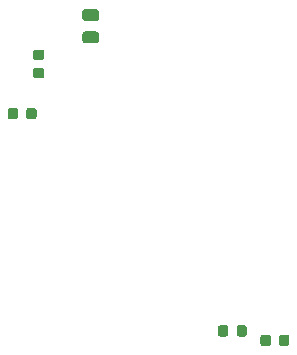
<source format=gbr>
G04 #@! TF.GenerationSoftware,KiCad,Pcbnew,5.1.2-f72e74a~84~ubuntu16.04.1*
G04 #@! TF.CreationDate,2019-06-08T12:34:56+01:00*
G04 #@! TF.ProjectId,bldc-BMS,626c6463-2d42-44d5-932e-6b696361645f,rev?*
G04 #@! TF.SameCoordinates,Original*
G04 #@! TF.FileFunction,Paste,Bot*
G04 #@! TF.FilePolarity,Positive*
%FSLAX46Y46*%
G04 Gerber Fmt 4.6, Leading zero omitted, Abs format (unit mm)*
G04 Created by KiCad (PCBNEW 5.1.2-f72e74a~84~ubuntu16.04.1) date 2019-06-08 12:34:56*
%MOMM*%
%LPD*%
G04 APERTURE LIST*
%ADD10C,0.100000*%
%ADD11C,0.875000*%
%ADD12C,0.975000*%
G04 APERTURE END LIST*
D10*
G36*
X143877691Y-46551053D02*
G01*
X143898926Y-46554203D01*
X143919750Y-46559419D01*
X143939962Y-46566651D01*
X143959368Y-46575830D01*
X143977781Y-46586866D01*
X143995024Y-46599654D01*
X144010930Y-46614070D01*
X144025346Y-46629976D01*
X144038134Y-46647219D01*
X144049170Y-46665632D01*
X144058349Y-46685038D01*
X144065581Y-46705250D01*
X144070797Y-46726074D01*
X144073947Y-46747309D01*
X144075000Y-46768750D01*
X144075000Y-47206250D01*
X144073947Y-47227691D01*
X144070797Y-47248926D01*
X144065581Y-47269750D01*
X144058349Y-47289962D01*
X144049170Y-47309368D01*
X144038134Y-47327781D01*
X144025346Y-47345024D01*
X144010930Y-47360930D01*
X143995024Y-47375346D01*
X143977781Y-47388134D01*
X143959368Y-47399170D01*
X143939962Y-47408349D01*
X143919750Y-47415581D01*
X143898926Y-47420797D01*
X143877691Y-47423947D01*
X143856250Y-47425000D01*
X143343750Y-47425000D01*
X143322309Y-47423947D01*
X143301074Y-47420797D01*
X143280250Y-47415581D01*
X143260038Y-47408349D01*
X143240632Y-47399170D01*
X143222219Y-47388134D01*
X143204976Y-47375346D01*
X143189070Y-47360930D01*
X143174654Y-47345024D01*
X143161866Y-47327781D01*
X143150830Y-47309368D01*
X143141651Y-47289962D01*
X143134419Y-47269750D01*
X143129203Y-47248926D01*
X143126053Y-47227691D01*
X143125000Y-47206250D01*
X143125000Y-46768750D01*
X143126053Y-46747309D01*
X143129203Y-46726074D01*
X143134419Y-46705250D01*
X143141651Y-46685038D01*
X143150830Y-46665632D01*
X143161866Y-46647219D01*
X143174654Y-46629976D01*
X143189070Y-46614070D01*
X143204976Y-46599654D01*
X143222219Y-46586866D01*
X143240632Y-46575830D01*
X143260038Y-46566651D01*
X143280250Y-46559419D01*
X143301074Y-46554203D01*
X143322309Y-46551053D01*
X143343750Y-46550000D01*
X143856250Y-46550000D01*
X143877691Y-46551053D01*
X143877691Y-46551053D01*
G37*
D11*
X143600000Y-46987500D03*
D10*
G36*
X143877691Y-44976053D02*
G01*
X143898926Y-44979203D01*
X143919750Y-44984419D01*
X143939962Y-44991651D01*
X143959368Y-45000830D01*
X143977781Y-45011866D01*
X143995024Y-45024654D01*
X144010930Y-45039070D01*
X144025346Y-45054976D01*
X144038134Y-45072219D01*
X144049170Y-45090632D01*
X144058349Y-45110038D01*
X144065581Y-45130250D01*
X144070797Y-45151074D01*
X144073947Y-45172309D01*
X144075000Y-45193750D01*
X144075000Y-45631250D01*
X144073947Y-45652691D01*
X144070797Y-45673926D01*
X144065581Y-45694750D01*
X144058349Y-45714962D01*
X144049170Y-45734368D01*
X144038134Y-45752781D01*
X144025346Y-45770024D01*
X144010930Y-45785930D01*
X143995024Y-45800346D01*
X143977781Y-45813134D01*
X143959368Y-45824170D01*
X143939962Y-45833349D01*
X143919750Y-45840581D01*
X143898926Y-45845797D01*
X143877691Y-45848947D01*
X143856250Y-45850000D01*
X143343750Y-45850000D01*
X143322309Y-45848947D01*
X143301074Y-45845797D01*
X143280250Y-45840581D01*
X143260038Y-45833349D01*
X143240632Y-45824170D01*
X143222219Y-45813134D01*
X143204976Y-45800346D01*
X143189070Y-45785930D01*
X143174654Y-45770024D01*
X143161866Y-45752781D01*
X143150830Y-45734368D01*
X143141651Y-45714962D01*
X143134419Y-45694750D01*
X143129203Y-45673926D01*
X143126053Y-45652691D01*
X143125000Y-45631250D01*
X143125000Y-45193750D01*
X143126053Y-45172309D01*
X143129203Y-45151074D01*
X143134419Y-45130250D01*
X143141651Y-45110038D01*
X143150830Y-45090632D01*
X143161866Y-45072219D01*
X143174654Y-45054976D01*
X143189070Y-45039070D01*
X143204976Y-45024654D01*
X143222219Y-45011866D01*
X143240632Y-45000830D01*
X143260038Y-44991651D01*
X143280250Y-44984419D01*
X143301074Y-44979203D01*
X143322309Y-44976053D01*
X143343750Y-44975000D01*
X143856250Y-44975000D01*
X143877691Y-44976053D01*
X143877691Y-44976053D01*
G37*
D11*
X143600000Y-45412500D03*
D10*
G36*
X148480142Y-41576174D02*
G01*
X148503803Y-41579684D01*
X148527007Y-41585496D01*
X148549529Y-41593554D01*
X148571153Y-41603782D01*
X148591670Y-41616079D01*
X148610883Y-41630329D01*
X148628607Y-41646393D01*
X148644671Y-41664117D01*
X148658921Y-41683330D01*
X148671218Y-41703847D01*
X148681446Y-41725471D01*
X148689504Y-41747993D01*
X148695316Y-41771197D01*
X148698826Y-41794858D01*
X148700000Y-41818750D01*
X148700000Y-42306250D01*
X148698826Y-42330142D01*
X148695316Y-42353803D01*
X148689504Y-42377007D01*
X148681446Y-42399529D01*
X148671218Y-42421153D01*
X148658921Y-42441670D01*
X148644671Y-42460883D01*
X148628607Y-42478607D01*
X148610883Y-42494671D01*
X148591670Y-42508921D01*
X148571153Y-42521218D01*
X148549529Y-42531446D01*
X148527007Y-42539504D01*
X148503803Y-42545316D01*
X148480142Y-42548826D01*
X148456250Y-42550000D01*
X147543750Y-42550000D01*
X147519858Y-42548826D01*
X147496197Y-42545316D01*
X147472993Y-42539504D01*
X147450471Y-42531446D01*
X147428847Y-42521218D01*
X147408330Y-42508921D01*
X147389117Y-42494671D01*
X147371393Y-42478607D01*
X147355329Y-42460883D01*
X147341079Y-42441670D01*
X147328782Y-42421153D01*
X147318554Y-42399529D01*
X147310496Y-42377007D01*
X147304684Y-42353803D01*
X147301174Y-42330142D01*
X147300000Y-42306250D01*
X147300000Y-41818750D01*
X147301174Y-41794858D01*
X147304684Y-41771197D01*
X147310496Y-41747993D01*
X147318554Y-41725471D01*
X147328782Y-41703847D01*
X147341079Y-41683330D01*
X147355329Y-41664117D01*
X147371393Y-41646393D01*
X147389117Y-41630329D01*
X147408330Y-41616079D01*
X147428847Y-41603782D01*
X147450471Y-41593554D01*
X147472993Y-41585496D01*
X147496197Y-41579684D01*
X147519858Y-41576174D01*
X147543750Y-41575000D01*
X148456250Y-41575000D01*
X148480142Y-41576174D01*
X148480142Y-41576174D01*
G37*
D12*
X148000000Y-42062500D03*
D10*
G36*
X148480142Y-43451174D02*
G01*
X148503803Y-43454684D01*
X148527007Y-43460496D01*
X148549529Y-43468554D01*
X148571153Y-43478782D01*
X148591670Y-43491079D01*
X148610883Y-43505329D01*
X148628607Y-43521393D01*
X148644671Y-43539117D01*
X148658921Y-43558330D01*
X148671218Y-43578847D01*
X148681446Y-43600471D01*
X148689504Y-43622993D01*
X148695316Y-43646197D01*
X148698826Y-43669858D01*
X148700000Y-43693750D01*
X148700000Y-44181250D01*
X148698826Y-44205142D01*
X148695316Y-44228803D01*
X148689504Y-44252007D01*
X148681446Y-44274529D01*
X148671218Y-44296153D01*
X148658921Y-44316670D01*
X148644671Y-44335883D01*
X148628607Y-44353607D01*
X148610883Y-44369671D01*
X148591670Y-44383921D01*
X148571153Y-44396218D01*
X148549529Y-44406446D01*
X148527007Y-44414504D01*
X148503803Y-44420316D01*
X148480142Y-44423826D01*
X148456250Y-44425000D01*
X147543750Y-44425000D01*
X147519858Y-44423826D01*
X147496197Y-44420316D01*
X147472993Y-44414504D01*
X147450471Y-44406446D01*
X147428847Y-44396218D01*
X147408330Y-44383921D01*
X147389117Y-44369671D01*
X147371393Y-44353607D01*
X147355329Y-44335883D01*
X147341079Y-44316670D01*
X147328782Y-44296153D01*
X147318554Y-44274529D01*
X147310496Y-44252007D01*
X147304684Y-44228803D01*
X147301174Y-44205142D01*
X147300000Y-44181250D01*
X147300000Y-43693750D01*
X147301174Y-43669858D01*
X147304684Y-43646197D01*
X147310496Y-43622993D01*
X147318554Y-43600471D01*
X147328782Y-43578847D01*
X147341079Y-43558330D01*
X147355329Y-43539117D01*
X147371393Y-43521393D01*
X147389117Y-43505329D01*
X147408330Y-43491079D01*
X147428847Y-43478782D01*
X147450471Y-43468554D01*
X147472993Y-43460496D01*
X147496197Y-43454684D01*
X147519858Y-43451174D01*
X147543750Y-43450000D01*
X148456250Y-43450000D01*
X148480142Y-43451174D01*
X148480142Y-43451174D01*
G37*
D12*
X148000000Y-43937500D03*
D10*
G36*
X163052691Y-69126053D02*
G01*
X163073926Y-69129203D01*
X163094750Y-69134419D01*
X163114962Y-69141651D01*
X163134368Y-69150830D01*
X163152781Y-69161866D01*
X163170024Y-69174654D01*
X163185930Y-69189070D01*
X163200346Y-69204976D01*
X163213134Y-69222219D01*
X163224170Y-69240632D01*
X163233349Y-69260038D01*
X163240581Y-69280250D01*
X163245797Y-69301074D01*
X163248947Y-69322309D01*
X163250000Y-69343750D01*
X163250000Y-69856250D01*
X163248947Y-69877691D01*
X163245797Y-69898926D01*
X163240581Y-69919750D01*
X163233349Y-69939962D01*
X163224170Y-69959368D01*
X163213134Y-69977781D01*
X163200346Y-69995024D01*
X163185930Y-70010930D01*
X163170024Y-70025346D01*
X163152781Y-70038134D01*
X163134368Y-70049170D01*
X163114962Y-70058349D01*
X163094750Y-70065581D01*
X163073926Y-70070797D01*
X163052691Y-70073947D01*
X163031250Y-70075000D01*
X162593750Y-70075000D01*
X162572309Y-70073947D01*
X162551074Y-70070797D01*
X162530250Y-70065581D01*
X162510038Y-70058349D01*
X162490632Y-70049170D01*
X162472219Y-70038134D01*
X162454976Y-70025346D01*
X162439070Y-70010930D01*
X162424654Y-69995024D01*
X162411866Y-69977781D01*
X162400830Y-69959368D01*
X162391651Y-69939962D01*
X162384419Y-69919750D01*
X162379203Y-69898926D01*
X162376053Y-69877691D01*
X162375000Y-69856250D01*
X162375000Y-69343750D01*
X162376053Y-69322309D01*
X162379203Y-69301074D01*
X162384419Y-69280250D01*
X162391651Y-69260038D01*
X162400830Y-69240632D01*
X162411866Y-69222219D01*
X162424654Y-69204976D01*
X162439070Y-69189070D01*
X162454976Y-69174654D01*
X162472219Y-69161866D01*
X162490632Y-69150830D01*
X162510038Y-69141651D01*
X162530250Y-69134419D01*
X162551074Y-69129203D01*
X162572309Y-69126053D01*
X162593750Y-69125000D01*
X163031250Y-69125000D01*
X163052691Y-69126053D01*
X163052691Y-69126053D01*
G37*
D11*
X162812500Y-69600000D03*
D10*
G36*
X164627691Y-69126053D02*
G01*
X164648926Y-69129203D01*
X164669750Y-69134419D01*
X164689962Y-69141651D01*
X164709368Y-69150830D01*
X164727781Y-69161866D01*
X164745024Y-69174654D01*
X164760930Y-69189070D01*
X164775346Y-69204976D01*
X164788134Y-69222219D01*
X164799170Y-69240632D01*
X164808349Y-69260038D01*
X164815581Y-69280250D01*
X164820797Y-69301074D01*
X164823947Y-69322309D01*
X164825000Y-69343750D01*
X164825000Y-69856250D01*
X164823947Y-69877691D01*
X164820797Y-69898926D01*
X164815581Y-69919750D01*
X164808349Y-69939962D01*
X164799170Y-69959368D01*
X164788134Y-69977781D01*
X164775346Y-69995024D01*
X164760930Y-70010930D01*
X164745024Y-70025346D01*
X164727781Y-70038134D01*
X164709368Y-70049170D01*
X164689962Y-70058349D01*
X164669750Y-70065581D01*
X164648926Y-70070797D01*
X164627691Y-70073947D01*
X164606250Y-70075000D01*
X164168750Y-70075000D01*
X164147309Y-70073947D01*
X164126074Y-70070797D01*
X164105250Y-70065581D01*
X164085038Y-70058349D01*
X164065632Y-70049170D01*
X164047219Y-70038134D01*
X164029976Y-70025346D01*
X164014070Y-70010930D01*
X163999654Y-69995024D01*
X163986866Y-69977781D01*
X163975830Y-69959368D01*
X163966651Y-69939962D01*
X163959419Y-69919750D01*
X163954203Y-69898926D01*
X163951053Y-69877691D01*
X163950000Y-69856250D01*
X163950000Y-69343750D01*
X163951053Y-69322309D01*
X163954203Y-69301074D01*
X163959419Y-69280250D01*
X163966651Y-69260038D01*
X163975830Y-69240632D01*
X163986866Y-69222219D01*
X163999654Y-69204976D01*
X164014070Y-69189070D01*
X164029976Y-69174654D01*
X164047219Y-69161866D01*
X164065632Y-69150830D01*
X164085038Y-69141651D01*
X164105250Y-69134419D01*
X164126074Y-69129203D01*
X164147309Y-69126053D01*
X164168750Y-69125000D01*
X164606250Y-69125000D01*
X164627691Y-69126053D01*
X164627691Y-69126053D01*
G37*
D11*
X164387500Y-69600000D03*
D10*
G36*
X159452691Y-68326053D02*
G01*
X159473926Y-68329203D01*
X159494750Y-68334419D01*
X159514962Y-68341651D01*
X159534368Y-68350830D01*
X159552781Y-68361866D01*
X159570024Y-68374654D01*
X159585930Y-68389070D01*
X159600346Y-68404976D01*
X159613134Y-68422219D01*
X159624170Y-68440632D01*
X159633349Y-68460038D01*
X159640581Y-68480250D01*
X159645797Y-68501074D01*
X159648947Y-68522309D01*
X159650000Y-68543750D01*
X159650000Y-69056250D01*
X159648947Y-69077691D01*
X159645797Y-69098926D01*
X159640581Y-69119750D01*
X159633349Y-69139962D01*
X159624170Y-69159368D01*
X159613134Y-69177781D01*
X159600346Y-69195024D01*
X159585930Y-69210930D01*
X159570024Y-69225346D01*
X159552781Y-69238134D01*
X159534368Y-69249170D01*
X159514962Y-69258349D01*
X159494750Y-69265581D01*
X159473926Y-69270797D01*
X159452691Y-69273947D01*
X159431250Y-69275000D01*
X158993750Y-69275000D01*
X158972309Y-69273947D01*
X158951074Y-69270797D01*
X158930250Y-69265581D01*
X158910038Y-69258349D01*
X158890632Y-69249170D01*
X158872219Y-69238134D01*
X158854976Y-69225346D01*
X158839070Y-69210930D01*
X158824654Y-69195024D01*
X158811866Y-69177781D01*
X158800830Y-69159368D01*
X158791651Y-69139962D01*
X158784419Y-69119750D01*
X158779203Y-69098926D01*
X158776053Y-69077691D01*
X158775000Y-69056250D01*
X158775000Y-68543750D01*
X158776053Y-68522309D01*
X158779203Y-68501074D01*
X158784419Y-68480250D01*
X158791651Y-68460038D01*
X158800830Y-68440632D01*
X158811866Y-68422219D01*
X158824654Y-68404976D01*
X158839070Y-68389070D01*
X158854976Y-68374654D01*
X158872219Y-68361866D01*
X158890632Y-68350830D01*
X158910038Y-68341651D01*
X158930250Y-68334419D01*
X158951074Y-68329203D01*
X158972309Y-68326053D01*
X158993750Y-68325000D01*
X159431250Y-68325000D01*
X159452691Y-68326053D01*
X159452691Y-68326053D01*
G37*
D11*
X159212500Y-68800000D03*
D10*
G36*
X161027691Y-68326053D02*
G01*
X161048926Y-68329203D01*
X161069750Y-68334419D01*
X161089962Y-68341651D01*
X161109368Y-68350830D01*
X161127781Y-68361866D01*
X161145024Y-68374654D01*
X161160930Y-68389070D01*
X161175346Y-68404976D01*
X161188134Y-68422219D01*
X161199170Y-68440632D01*
X161208349Y-68460038D01*
X161215581Y-68480250D01*
X161220797Y-68501074D01*
X161223947Y-68522309D01*
X161225000Y-68543750D01*
X161225000Y-69056250D01*
X161223947Y-69077691D01*
X161220797Y-69098926D01*
X161215581Y-69119750D01*
X161208349Y-69139962D01*
X161199170Y-69159368D01*
X161188134Y-69177781D01*
X161175346Y-69195024D01*
X161160930Y-69210930D01*
X161145024Y-69225346D01*
X161127781Y-69238134D01*
X161109368Y-69249170D01*
X161089962Y-69258349D01*
X161069750Y-69265581D01*
X161048926Y-69270797D01*
X161027691Y-69273947D01*
X161006250Y-69275000D01*
X160568750Y-69275000D01*
X160547309Y-69273947D01*
X160526074Y-69270797D01*
X160505250Y-69265581D01*
X160485038Y-69258349D01*
X160465632Y-69249170D01*
X160447219Y-69238134D01*
X160429976Y-69225346D01*
X160414070Y-69210930D01*
X160399654Y-69195024D01*
X160386866Y-69177781D01*
X160375830Y-69159368D01*
X160366651Y-69139962D01*
X160359419Y-69119750D01*
X160354203Y-69098926D01*
X160351053Y-69077691D01*
X160350000Y-69056250D01*
X160350000Y-68543750D01*
X160351053Y-68522309D01*
X160354203Y-68501074D01*
X160359419Y-68480250D01*
X160366651Y-68460038D01*
X160375830Y-68440632D01*
X160386866Y-68422219D01*
X160399654Y-68404976D01*
X160414070Y-68389070D01*
X160429976Y-68374654D01*
X160447219Y-68361866D01*
X160465632Y-68350830D01*
X160485038Y-68341651D01*
X160505250Y-68334419D01*
X160526074Y-68329203D01*
X160547309Y-68326053D01*
X160568750Y-68325000D01*
X161006250Y-68325000D01*
X161027691Y-68326053D01*
X161027691Y-68326053D01*
G37*
D11*
X160787500Y-68800000D03*
D10*
G36*
X141652691Y-49926053D02*
G01*
X141673926Y-49929203D01*
X141694750Y-49934419D01*
X141714962Y-49941651D01*
X141734368Y-49950830D01*
X141752781Y-49961866D01*
X141770024Y-49974654D01*
X141785930Y-49989070D01*
X141800346Y-50004976D01*
X141813134Y-50022219D01*
X141824170Y-50040632D01*
X141833349Y-50060038D01*
X141840581Y-50080250D01*
X141845797Y-50101074D01*
X141848947Y-50122309D01*
X141850000Y-50143750D01*
X141850000Y-50656250D01*
X141848947Y-50677691D01*
X141845797Y-50698926D01*
X141840581Y-50719750D01*
X141833349Y-50739962D01*
X141824170Y-50759368D01*
X141813134Y-50777781D01*
X141800346Y-50795024D01*
X141785930Y-50810930D01*
X141770024Y-50825346D01*
X141752781Y-50838134D01*
X141734368Y-50849170D01*
X141714962Y-50858349D01*
X141694750Y-50865581D01*
X141673926Y-50870797D01*
X141652691Y-50873947D01*
X141631250Y-50875000D01*
X141193750Y-50875000D01*
X141172309Y-50873947D01*
X141151074Y-50870797D01*
X141130250Y-50865581D01*
X141110038Y-50858349D01*
X141090632Y-50849170D01*
X141072219Y-50838134D01*
X141054976Y-50825346D01*
X141039070Y-50810930D01*
X141024654Y-50795024D01*
X141011866Y-50777781D01*
X141000830Y-50759368D01*
X140991651Y-50739962D01*
X140984419Y-50719750D01*
X140979203Y-50698926D01*
X140976053Y-50677691D01*
X140975000Y-50656250D01*
X140975000Y-50143750D01*
X140976053Y-50122309D01*
X140979203Y-50101074D01*
X140984419Y-50080250D01*
X140991651Y-50060038D01*
X141000830Y-50040632D01*
X141011866Y-50022219D01*
X141024654Y-50004976D01*
X141039070Y-49989070D01*
X141054976Y-49974654D01*
X141072219Y-49961866D01*
X141090632Y-49950830D01*
X141110038Y-49941651D01*
X141130250Y-49934419D01*
X141151074Y-49929203D01*
X141172309Y-49926053D01*
X141193750Y-49925000D01*
X141631250Y-49925000D01*
X141652691Y-49926053D01*
X141652691Y-49926053D01*
G37*
D11*
X141412500Y-50400000D03*
D10*
G36*
X143227691Y-49926053D02*
G01*
X143248926Y-49929203D01*
X143269750Y-49934419D01*
X143289962Y-49941651D01*
X143309368Y-49950830D01*
X143327781Y-49961866D01*
X143345024Y-49974654D01*
X143360930Y-49989070D01*
X143375346Y-50004976D01*
X143388134Y-50022219D01*
X143399170Y-50040632D01*
X143408349Y-50060038D01*
X143415581Y-50080250D01*
X143420797Y-50101074D01*
X143423947Y-50122309D01*
X143425000Y-50143750D01*
X143425000Y-50656250D01*
X143423947Y-50677691D01*
X143420797Y-50698926D01*
X143415581Y-50719750D01*
X143408349Y-50739962D01*
X143399170Y-50759368D01*
X143388134Y-50777781D01*
X143375346Y-50795024D01*
X143360930Y-50810930D01*
X143345024Y-50825346D01*
X143327781Y-50838134D01*
X143309368Y-50849170D01*
X143289962Y-50858349D01*
X143269750Y-50865581D01*
X143248926Y-50870797D01*
X143227691Y-50873947D01*
X143206250Y-50875000D01*
X142768750Y-50875000D01*
X142747309Y-50873947D01*
X142726074Y-50870797D01*
X142705250Y-50865581D01*
X142685038Y-50858349D01*
X142665632Y-50849170D01*
X142647219Y-50838134D01*
X142629976Y-50825346D01*
X142614070Y-50810930D01*
X142599654Y-50795024D01*
X142586866Y-50777781D01*
X142575830Y-50759368D01*
X142566651Y-50739962D01*
X142559419Y-50719750D01*
X142554203Y-50698926D01*
X142551053Y-50677691D01*
X142550000Y-50656250D01*
X142550000Y-50143750D01*
X142551053Y-50122309D01*
X142554203Y-50101074D01*
X142559419Y-50080250D01*
X142566651Y-50060038D01*
X142575830Y-50040632D01*
X142586866Y-50022219D01*
X142599654Y-50004976D01*
X142614070Y-49989070D01*
X142629976Y-49974654D01*
X142647219Y-49961866D01*
X142665632Y-49950830D01*
X142685038Y-49941651D01*
X142705250Y-49934419D01*
X142726074Y-49929203D01*
X142747309Y-49926053D01*
X142768750Y-49925000D01*
X143206250Y-49925000D01*
X143227691Y-49926053D01*
X143227691Y-49926053D01*
G37*
D11*
X142987500Y-50400000D03*
M02*

</source>
